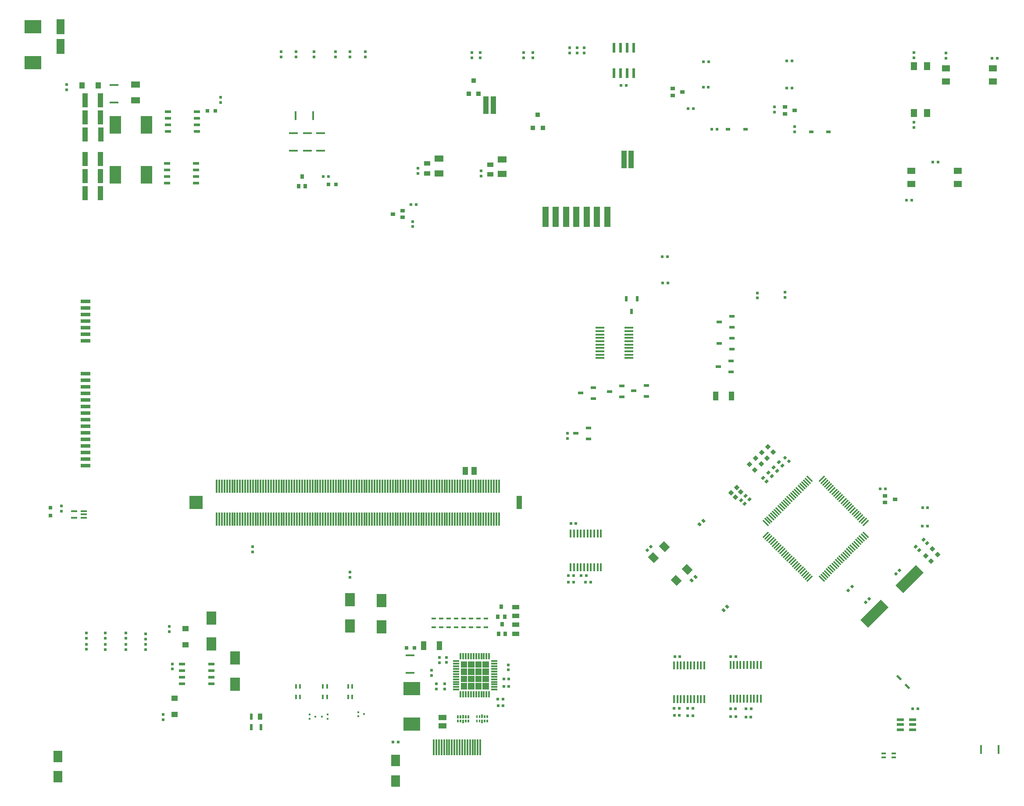
<source format=gbr>
%FSTAX23Y23*%
%MOIN*%
%SFA1B1*%

%IPPOS*%
%AMD16*
4,1,4,-0.022200,0.000000,0.000000,-0.022200,0.022200,0.000000,0.000000,0.022200,-0.022200,0.000000,0.0*
%
%AMD17*
4,1,4,0.000000,-0.022200,0.022200,0.000000,0.000000,0.022200,-0.022200,0.000000,0.000000,-0.022200,0.0*
%
%AMD18*
4,1,4,0.000000,0.022200,-0.022200,0.000000,0.000000,-0.022200,0.022200,0.000000,0.000000,0.022200,0.0*
%
%AMD19*
4,1,4,-0.022200,0.000000,0.000000,-0.022200,0.022200,0.000000,0.000000,0.022200,-0.022200,0.000000,0.0*
%
%AMD26*
4,1,4,-0.024400,-0.016600,-0.016600,-0.024400,0.024400,0.016600,0.016600,0.024400,-0.024400,-0.016600,0.0*
%
%AMD27*
4,1,4,0.016600,-0.024400,0.024400,-0.016600,-0.016600,0.024400,-0.024400,0.016600,0.016600,-0.024400,0.0*
%
%AMD32*
4,1,4,-0.041600,0.002800,0.002800,-0.041600,0.041600,-0.002800,-0.002800,0.041600,-0.041600,0.002800,0.0*
%
%AMD56*
4,1,4,0.048700,0.107100,-0.107100,-0.048700,-0.048700,-0.107100,0.107100,0.048700,0.048700,0.107100,0.0*
%
%AMD62*
4,1,4,0.020900,-0.009900,-0.009900,0.020900,-0.020900,0.009900,0.009900,-0.020900,0.020900,-0.009900,0.0*
%
%AMD66*
4,1,4,0.001400,-0.015300,0.015300,-0.001400,-0.001400,0.015300,-0.015300,0.001400,0.001400,-0.015300,0.0*
%
%AMD67*
4,1,4,0.015300,0.001400,0.001400,0.015300,-0.015300,-0.001400,-0.001400,-0.015300,0.015300,0.001400,0.0*
%
%AMD74*
4,1,4,-0.013900,0.000000,0.000000,-0.013900,0.013900,0.000000,0.000000,0.013900,-0.013900,0.000000,0.0*
%
%AMD75*
4,1,4,0.000000,0.013900,-0.013900,0.000000,0.000000,-0.013900,0.013900,0.000000,0.000000,0.013900,0.0*
%
%ADD10R,0.040000X0.100000*%
%ADD11R,0.100000X0.100000*%
%ADD12R,0.013000X0.100000*%
%ADD13R,0.090000X0.135000*%
%ADD14R,0.031496X0.031496*%
%ADD15R,0.031496X0.031496*%
G04~CAMADD=16~9~0.0~0.0~315.0~315.0~0.0~0.0~0~0.0~0.0~0.0~0.0~0~0.0~0.0~0.0~0.0~0~0.0~0.0~0.0~135.0~444.0~443.0*
%ADD16D16*%
G04~CAMADD=17~10~0.0~315.0~0.0~0.0~0.0~0.0~0~0.0~0.0~0.0~0.0~0~0.0~0.0~0.0~0.0~0~0.0~0.0~0.0~225.0~315.0~0.0*
%ADD17D17*%
G04~CAMADD=18~9~0.0~0.0~315.0~315.0~0.0~0.0~0~0.0~0.0~0.0~0.0~0~0.0~0.0~0.0~0.0~0~0.0~0.0~0.0~45.0~444.0~443.0*
%ADD18D18*%
G04~CAMADD=19~10~0.0~315.0~0.0~0.0~0.0~0.0~0~0.0~0.0~0.0~0.0~0~0.0~0.0~0.0~0.0~0~0.0~0.0~0.0~135.0~315.0~0.0*
%ADD19D19*%
%ADD20R,0.031496X0.031496*%
%ADD21R,0.031496X0.031496*%
%ADD22R,0.055000X0.032000*%
%ADD23R,0.050000X0.012000*%
%ADD24R,0.012000X0.050000*%
G04~CAMADD=26~9~0.0~0.0~110.0~580.0~0.0~0.0~0~0.0~0.0~0.0~0.0~0~0.0~0.0~0.0~0.0~0~0.0~0.0~0.0~135.0~488.0~487.0*
%ADD26D26*%
G04~CAMADD=27~9~0.0~0.0~110.0~580.0~0.0~0.0~0~0.0~0.0~0.0~0.0~0~0.0~0.0~0.0~0.0~0~0.0~0.0~0.0~225.0~488.0~487.0*
%ADD27D27*%
%ADD28R,0.074803X0.025591*%
%ADD29R,0.059000X0.044000*%
%ADD30R,0.044000X0.059000*%
%ADD31R,0.061024X0.118110*%
G04~CAMADD=32~9~0.0~0.0~629.9~551.2~0.0~0.0~0~0.0~0.0~0.0~0.0~0~0.0~0.0~0.0~0.0~0~0.0~0.0~0.0~135.0~832.0~831.0*
%ADD32D32*%
%ADD33R,0.044000X0.071000*%
%ADD34R,0.043307X0.047244*%
%ADD35R,0.047244X0.043307*%
%ADD36R,0.047244X0.022835*%
%ADD37R,0.035433X0.027559*%
%ADD38R,0.027559X0.035433*%
%ADD39R,0.017716X0.015748*%
%ADD41R,0.051181X0.059055*%
%ADD42R,0.059055X0.051181*%
%ADD43R,0.065000X0.045000*%
%ADD44R,0.050000X0.157480*%
%ADD45R,0.041559X0.132000*%
%ADD46R,0.035433X0.037402*%
%ADD47R,0.035433X0.037402*%
%ADD48R,0.031748X0.021654*%
%ADD49R,0.016000X0.071000*%
%ADD50R,0.071000X0.016000*%
%ADD51R,0.035000X0.016000*%
%ADD52R,0.052000X0.022000*%
%ADD53R,0.015748X0.062992*%
%ADD54R,0.037000X0.046000*%
%ADD55R,0.021000X0.046000*%
G04~CAMADD=56~9~0.0~0.0~2204.7~826.8~0.0~0.0~0~0.0~0.0~0.0~0.0~0~0.0~0.0~0.0~0.0~0~0.0~0.0~0.0~45.0~2142.0~2141.0*
%ADD56D56*%
%ADD57R,0.072000X0.101000*%
%ADD58R,0.035528X0.015748*%
%ADD59R,0.015748X0.035528*%
%ADD60R,0.040000X0.022000*%
%ADD61R,0.022000X0.040000*%
G04~CAMADD=62~9~0.0~0.0~437.5~157.8~0.0~0.0~0~0.0~0.0~0.0~0.0~0~0.0~0.0~0.0~0.0~0~0.0~0.0~0.0~315.0~418.0~417.0*
%ADD62D62*%
%ADD63R,0.044000X0.107000*%
%ADD64R,0.023622X0.019685*%
%ADD65R,0.019685X0.023622*%
G04~CAMADD=66~9~0.0~0.0~196.8~236.2~0.0~0.0~0~0.0~0.0~0.0~0.0~0~0.0~0.0~0.0~0.0~0~0.0~0.0~0.0~225.0~306.0~305.0*
%ADD66D66*%
G04~CAMADD=67~9~0.0~0.0~196.8~236.2~0.0~0.0~0~0.0~0.0~0.0~0.0~0~0.0~0.0~0.0~0.0~0~0.0~0.0~0.0~315.0~306.0~305.0*
%ADD67D67*%
%ADD69R,0.015748X0.027654*%
%ADD70R,0.070866X0.090551*%
%ADD71R,0.051181X0.035433*%
%ADD72R,0.019685X0.019685*%
%ADD73R,0.019685X0.019685*%
G04~CAMADD=74~10~0.0~196.9~0.0~0.0~0.0~0.0~0~0.0~0.0~0.0~0.0~0~0.0~0.0~0.0~0.0~0~0.0~0.0~0.0~135.0~196.9~0.0*
%ADD74D74*%
G04~CAMADD=75~10~0.0~196.9~0.0~0.0~0.0~0.0~0~0.0~0.0~0.0~0.0~0~0.0~0.0~0.0~0.0~0~0.0~0.0~0.0~405.0~196.9~0.0*
%ADD75D75*%
%ADD76R,0.066000X0.014000*%
%ADD77R,0.011811X0.120000*%
%ADD78R,0.046000X0.014000*%
%ADD79R,0.129921X0.098425*%
%ADD80R,0.022000X0.078000*%
%ADD81R,0.070000X0.050000*%
%ADD277R,0.001000X0.001000*%
%LNsyncbox_paste_top-1*%
%LPD*%
G36*
X04106Y01103D02*
X04058D01*
Y01151*
X04106*
Y01103*
G37*
G36*
X04051D02*
X04003D01*
Y01151*
X04051*
Y01103*
G37*
G36*
X03996D02*
X03948D01*
Y01151*
X03996*
Y01103*
G37*
G36*
X03941D02*
X03893D01*
Y01151*
X03941*
Y01103*
G37*
G36*
X04106Y01048D02*
X04058D01*
Y01096*
X04106*
Y01048*
G37*
G36*
X04051D02*
X04003D01*
Y01096*
X04051*
Y01048*
G37*
G36*
X03996D02*
X03948D01*
Y01096*
X03996*
Y01048*
G37*
G36*
X03941D02*
X03893D01*
Y01096*
X03941*
Y01048*
G37*
G36*
X04106Y00993D02*
X04058D01*
Y01041*
X04106*
Y00993*
G37*
G36*
X04051D02*
X04003D01*
Y01041*
X04051*
Y00993*
G37*
G36*
X03996D02*
X03948D01*
Y01041*
X03996*
Y00993*
G37*
G36*
X03941D02*
X03893D01*
Y01041*
X03941*
Y00993*
G37*
G36*
X04106Y00938D02*
X04058D01*
Y00986*
X04106*
Y00938*
G37*
G36*
X04051D02*
X04003D01*
Y00986*
X04051*
Y00938*
G37*
G36*
X03996D02*
X03948D01*
Y00986*
X03996*
Y00938*
G37*
G36*
X03941D02*
X03893D01*
Y00986*
X03941*
Y00938*
G37*
G36*
X04099Y00719D02*
X04088D01*
Y0074*
X04099*
Y00719*
G37*
G36*
X0408D02*
X04068D01*
Y0074*
X0408*
Y00719*
G37*
G36*
X0406D02*
X04048D01*
Y0074*
X0406*
Y00719*
G37*
G36*
X0404D02*
X04029D01*
Y0074*
X0404*
Y00719*
G37*
G36*
X04021D02*
X04009D01*
Y0074*
X04021*
Y00719*
G37*
G36*
X03955Y00718D02*
X03943D01*
Y00739*
X03955*
Y00718*
G37*
G36*
X03935D02*
X03923D01*
Y00739*
X03935*
Y00718*
G37*
G36*
X03915D02*
X03904D01*
Y00739*
X03915*
Y00718*
G37*
G36*
X03896D02*
X03884D01*
Y00739*
X03896*
Y00718*
G37*
G36*
X03876D02*
X03864D01*
Y00739*
X03876*
Y00718*
G37*
G36*
X04099Y00686D02*
X04088D01*
Y00708*
X04099*
Y00686*
G37*
G36*
X0408D02*
X04068D01*
Y00708*
X0408*
Y00686*
G37*
G36*
X0406D02*
X04048D01*
Y00708*
X0406*
Y00686*
G37*
G36*
X0404D02*
X04029D01*
Y00708*
X0404*
Y00686*
G37*
G36*
X04021D02*
X04009D01*
Y00708*
X04021*
Y00686*
G37*
G36*
X03955Y00686D02*
X03943D01*
Y00707*
X03955*
Y00686*
G37*
G36*
X03935D02*
X03923D01*
Y00707*
X03935*
Y00686*
G37*
G36*
X03915D02*
X03904D01*
Y00707*
X03915*
Y00686*
G37*
G36*
X03896D02*
X03884D01*
Y00707*
X03896*
Y00686*
G37*
G36*
X03876D02*
X03864D01*
Y00707*
X03876*
Y00686*
G37*
G54D10*
X04337Y0236D03*
G54D11*
X0188Y0236D03*
G54D12*
X04182Y02235D03*
X04162D03*
X04143D03*
X04123D03*
X04103D03*
X04084D03*
X04064D03*
X04044D03*
X04025D03*
X04005D03*
X03985D03*
X03966D03*
X03946D03*
X03926D03*
X03907D03*
X03887D03*
X03867D03*
X03848D03*
X03828D03*
X03808D03*
X03788D03*
X03769D03*
X03749D03*
X03729D03*
X0371D03*
X0369D03*
X0367D03*
X03651D03*
X03631D03*
X03611D03*
X03592D03*
X03572D03*
X03552D03*
X03533D03*
X03513D03*
X03493D03*
X03474D03*
X03454D03*
X03434D03*
X03414D03*
X03395D03*
X03375D03*
X03355D03*
X03336D03*
X03316D03*
X03296D03*
X03277D03*
X03257D03*
X03237D03*
X03218D03*
X03198D03*
X03178D03*
X03159D03*
X03139D03*
X03119D03*
X03099D03*
X0308D03*
X0306D03*
X0304D03*
X03021D03*
X03001D03*
X02981D03*
X02962D03*
X02942D03*
X02922D03*
X02903D03*
X02883D03*
X02863D03*
X02844D03*
X02824D03*
X02804D03*
X02785D03*
X02765D03*
X02745D03*
X02725D03*
X02706D03*
X02686D03*
X02666D03*
X02647D03*
X02627D03*
X02607D03*
X02588D03*
X02568D03*
X02548D03*
X02529D03*
X02509D03*
X02489D03*
X0247D03*
X0245D03*
X0243D03*
X02411D03*
X02391D03*
X02371D03*
X02351D03*
X02332D03*
X02312D03*
X02292D03*
X02273D03*
X02253D03*
X02233D03*
X02214D03*
X02194D03*
X02174D03*
X02155D03*
X02135D03*
X02115D03*
X02096D03*
X02076D03*
X02056D03*
X02037D03*
X04182Y02484D03*
X04162D03*
X04143D03*
X04123D03*
X04103D03*
X04084D03*
X04064D03*
X04044D03*
X04025D03*
X04005D03*
X03985D03*
X03966D03*
X03946D03*
X03926D03*
X03907D03*
X03887D03*
X03867D03*
X03848D03*
X03828D03*
X03808D03*
X03788D03*
X03769D03*
X03749D03*
X03729D03*
X0371D03*
X0369D03*
X0367D03*
X03651D03*
X03631D03*
X03611D03*
X03592D03*
X03572D03*
X03552D03*
X03533D03*
X03513D03*
X03493D03*
X03474D03*
X03454D03*
X03434D03*
X03414D03*
X03395D03*
X03375D03*
X03355D03*
X03336D03*
X03316D03*
X03296D03*
X03277D03*
X03257D03*
X03237D03*
X03218D03*
X03198D03*
X03178D03*
X03159D03*
X03139D03*
X03119D03*
X03099D03*
X0308D03*
X0306D03*
X0304D03*
X03021D03*
X03001D03*
X02981D03*
X02962D03*
X02942D03*
X02922D03*
X02903D03*
X02883D03*
X02863D03*
X02844D03*
X02824D03*
X02804D03*
X02785D03*
X02765D03*
X02745D03*
X02725D03*
X02706D03*
X02686D03*
X02666D03*
X02647D03*
X02627D03*
X02607D03*
X02588D03*
X02568D03*
X02548D03*
X02529D03*
X02509D03*
X02489D03*
X0247D03*
X0245D03*
X0243D03*
X02411D03*
X02391D03*
X02371D03*
X02351D03*
X02332D03*
X02312D03*
X02292D03*
X02273D03*
X02253D03*
X02233D03*
X02214D03*
X02194D03*
X02174D03*
X02155D03*
X02135D03*
X02115D03*
X02096D03*
X02076D03*
X02056D03*
X02037D03*
G54D13*
X01267Y05235D03*
X01503D03*
Y04855D03*
X01267D03*
G54D14*
X00772Y02319D03*
G54D15*
X00772Y0226D03*
G54D16*
X06085Y0265D03*
X06133Y02696D03*
X06225Y02785D03*
X0618Y0274D03*
X07468Y01913D03*
X07518Y01964D03*
G54D17*
X06126Y02608D03*
X06175Y02655D03*
X06266Y02743D03*
X06221Y02698D03*
X07426Y01954D03*
X07477Y02006D03*
G54D18*
X0599Y02475D03*
X06021Y02441D03*
G54D19*
X05948Y02433D03*
X0598Y024D03*
G54D20*
X02885Y0478D03*
X01965Y0534D03*
G54D21*
X02944Y0478D03*
X02025Y0534D03*
X0348Y01255D03*
X0354D03*
G54D22*
X0431Y01362D03*
Y01431D03*
X04311Y01496D03*
Y01565D03*
G54D23*
X03855Y01153D03*
Y01133D03*
Y01113D03*
Y01094D03*
Y01074D03*
Y01054D03*
Y01035D03*
Y01015D03*
Y00995D03*
Y00976D03*
Y00956D03*
Y00936D03*
X04145D03*
Y00956D03*
Y00976D03*
Y00995D03*
Y01015D03*
Y01035D03*
Y01054D03*
Y01074D03*
Y01094D03*
Y01113D03*
Y01133D03*
Y01153D03*
G54D24*
X03891Y009D03*
X03911D03*
X03931D03*
X0395D03*
X0397D03*
X0399D03*
X04009D03*
X04029D03*
X04049D03*
X04068D03*
X04088D03*
X04108D03*
Y0119D03*
X04088D03*
X04068D03*
X04049D03*
X04029D03*
X04009D03*
X0399D03*
X0397D03*
X0395D03*
X03931D03*
X03911D03*
X03891D03*
G54D26*
X06635Y02539D03*
X06649Y02525D03*
X06662Y02511D03*
X06676Y02497D03*
X0669Y02483D03*
X06704Y02469D03*
X06718Y02455D03*
X06732Y02441D03*
X06746Y02427D03*
X0676Y02413D03*
X06774Y02399D03*
X06788Y02386D03*
X06802Y02372D03*
X06816Y02358D03*
X06829Y02344D03*
X06843Y0233D03*
X06857Y02316D03*
X06871Y02302D03*
X06885Y02288D03*
X06899Y02274D03*
X06913Y0226D03*
X06927Y02246D03*
X06941Y02232D03*
X06955Y02219D03*
X06969Y02205D03*
X06544Y0178D03*
X0653Y01794D03*
X06517Y01808D03*
X06503Y01822D03*
X06489Y01836D03*
X06475Y0185D03*
X06461Y01864D03*
X06447Y01878D03*
X06433Y01892D03*
X06419Y01906D03*
X06405Y0192D03*
X06391Y01933D03*
X06377Y01947D03*
X06363Y01961D03*
X0635Y01975D03*
X06336Y01989D03*
X06322Y02003D03*
X06308Y02017D03*
X06294Y02031D03*
X0628Y02045D03*
X06266Y02059D03*
X06252Y02073D03*
X06238Y02087D03*
X06224Y021D03*
X0621Y02114D03*
G54D27*
X06969Y02114D03*
X06955Y021D03*
X06941Y02087D03*
X06927Y02073D03*
X06913Y02059D03*
X06899Y02045D03*
X06885Y02031D03*
X06871Y02017D03*
X06857Y02003D03*
X06843Y01989D03*
X06829Y01975D03*
X06816Y01961D03*
X06802Y01947D03*
X06788Y01933D03*
X06774Y0192D03*
X0676Y01906D03*
X06746Y01892D03*
X06732Y01878D03*
X06718Y01864D03*
X06704Y0185D03*
X0669Y01836D03*
X06676Y01822D03*
X06662Y01808D03*
X06649Y01794D03*
X06635Y0178D03*
X0621Y02205D03*
X06224Y02219D03*
X06238Y02232D03*
X06252Y02246D03*
X06266Y0226D03*
X0628Y02274D03*
X06294Y02288D03*
X06308Y02302D03*
X06322Y02316D03*
X06336Y0233D03*
X0635Y02344D03*
X06363Y02358D03*
X06377Y02372D03*
X06391Y02386D03*
X06405Y02399D03*
X06419Y02413D03*
X06433Y02427D03*
X06447Y02441D03*
X06461Y02455D03*
X06475Y02469D03*
X06489Y02483D03*
X06503Y02497D03*
X06517Y02511D03*
X0653Y02525D03*
X06544Y02539D03*
G54D28*
X0104Y0264D03*
Y0269D03*
Y0274D03*
Y0279D03*
Y0284D03*
Y0289D03*
Y0294D03*
Y0299D03*
Y0304D03*
Y0309D03*
Y0314D03*
Y0319D03*
Y0324D03*
Y0329D03*
Y0334D03*
Y03589D03*
Y03639D03*
Y03689D03*
Y03739D03*
Y03789D03*
Y03839D03*
Y03889D03*
G54D29*
X03754Y00725D03*
Y0066D03*
G54D30*
X03927Y026D03*
X03992D03*
G54D31*
X0085Y0583D03*
Y05979D03*
G54D32*
X0544Y02025D03*
X05612Y01852D03*
X05356Y01941D03*
X05529Y01768D03*
G54D33*
X03729Y0127D03*
X03611D03*
X05949Y0317D03*
X05831D03*
G54D34*
X01136Y05535D03*
X01013D03*
G54D35*
X01715Y00747D03*
Y00869D03*
X018Y01401D03*
Y01278D03*
G54D36*
X01995Y00982D03*
Y01032D03*
Y01082D03*
Y01132D03*
X01774Y00982D03*
Y01032D03*
Y01082D03*
Y01132D03*
X01665Y05335D03*
Y05285D03*
Y05235D03*
Y05185D03*
X01885Y05335D03*
Y05285D03*
Y05235D03*
Y05185D03*
X01659Y0494D03*
Y0489D03*
Y0484D03*
Y0479D03*
X0188Y0494D03*
Y0489D03*
Y0484D03*
Y0479D03*
G54D37*
X05577Y05484D03*
X05502Y05458D03*
Y05509D03*
X03375Y04555D03*
X0345Y0458D03*
Y04529D03*
X06429Y05344D03*
X06355Y05318D03*
Y0537D03*
X07192Y02385D03*
X07117Y02359D03*
Y0241D03*
G54D38*
X02685Y04842D03*
X0271Y04767D03*
X02659D03*
X04205Y01433D03*
X0423Y01359D03*
X04179D03*
X04199Y01566D03*
X04225Y01491D03*
X04173D03*
G54D39*
X0288Y00746D03*
Y00715D03*
X02838Y0073D03*
X02744Y00715D03*
Y00746D03*
X02785Y00731D03*
X03113Y00734D03*
Y00765D03*
X03155Y0075D03*
G54D41*
X07335Y05325D03*
X07435D03*
X07335Y05679D03*
X07435D03*
G54D42*
X0758Y05665D03*
Y05565D03*
X07935Y05665D03*
Y05565D03*
X07315Y04885D03*
Y04785D03*
X0767Y04885D03*
Y04785D03*
G54D43*
X0142Y0554D03*
Y05419D03*
G54D44*
X05007Y04535D03*
X04928D03*
X0485D03*
X04771D03*
X04692D03*
X04613D03*
X04535D03*
G54D45*
X04084Y05384D03*
X04139D03*
X05188Y04972D03*
X05133D03*
G54D46*
X0399Y05569D03*
X03953Y05471D03*
X04478Y05309D03*
X0444Y0521D03*
G54D47*
X04028Y05471D03*
X04515Y0521D03*
G54D48*
X06055Y052D03*
X05924D03*
X06688Y0518D03*
X06557D03*
G54D49*
X07845Y0048D03*
X07979D03*
X02635Y05305D03*
X02769D03*
G54D50*
X01255Y05403D03*
Y05537D03*
X0262Y05038D03*
Y05172D03*
X02725Y05038D03*
Y05172D03*
X02825Y05038D03*
Y05172D03*
X03505Y01063D03*
Y01197D03*
G54D51*
X04084Y01409D03*
Y01476D03*
X04028Y01409D03*
Y01476D03*
X03971Y01409D03*
Y01476D03*
X03914Y01409D03*
Y01476D03*
X03858Y01409D03*
Y01476D03*
X03801Y01409D03*
Y01476D03*
X03744Y01409D03*
Y01476D03*
X03688Y01409D03*
Y01476D03*
G54D52*
X07327Y00707D03*
Y0067D03*
Y00632D03*
X07233D03*
Y0067D03*
Y00707D03*
G54D53*
X04727Y01866D03*
X04753D03*
X04779D03*
X04804D03*
X0483D03*
X04855D03*
X04881D03*
X04906D03*
X04932D03*
X04958D03*
X04727Y02123D03*
X04753D03*
X04779D03*
X04804D03*
X0483D03*
X04855D03*
X04881D03*
X04906D03*
X04932D03*
X04958D03*
X05513Y00865D03*
X05539D03*
X05564D03*
X0559D03*
X05616D03*
X05641D03*
X05667D03*
X05692D03*
X05718D03*
X05743D03*
X05513Y01122D03*
X05539D03*
X05564D03*
X0559D03*
X05616D03*
X05641D03*
X05667D03*
X05692D03*
X05718D03*
X05743D03*
X05942Y00866D03*
X05967D03*
X05993D03*
X06018D03*
X06044D03*
X0607D03*
X06095D03*
X06121D03*
X06146D03*
X06172D03*
X05942Y01124D03*
X05967D03*
X05993D03*
X06018D03*
X06044D03*
X0607D03*
X06095D03*
X06121D03*
X06146D03*
X06172D03*
G54D54*
X02366Y00732D03*
G54D55*
X023Y00732D03*
Y00652D03*
X02374D03*
G54D56*
X07302Y01778D03*
X07037Y01513D03*
G54D57*
X0329Y01614D03*
Y01415D03*
X0305Y01619D03*
Y0142D03*
X01995Y01482D03*
Y01283D03*
X02175Y01177D03*
Y00978D03*
G54D58*
X07105Y0045D03*
Y00419D03*
X07184Y0045D03*
Y00419D03*
G54D59*
X03066Y00959D03*
X03035D03*
X03066Y0088D03*
X03035D03*
X0267Y00959D03*
X02639D03*
X0267Y0088D03*
X02639D03*
X02875Y00959D03*
X02843D03*
X02875Y0088D03*
X02843D03*
G54D60*
X04863Y02845D03*
Y02928D03*
X04767Y02887D03*
X05118Y03163D03*
Y03246D03*
X05022Y03205D03*
X049Y03152D03*
Y03235D03*
X04804Y03193D03*
X05946Y03353D03*
Y03436D03*
X0585Y03395D03*
X05953Y03528D03*
Y03611D03*
X05857Y0357D03*
X05953Y03693D03*
Y03776D03*
X05857Y03735D03*
X05303Y03168D03*
Y03251D03*
X05207Y0321D03*
G54D61*
X05232Y0391D03*
X0515D03*
X05191Y03814D03*
G54D62*
X07287Y00962D03*
X07222Y01027D03*
G54D63*
X01153Y0542D03*
X01035D03*
X01154Y0529D03*
X01036D03*
X01155Y0516D03*
X01037D03*
X01154Y04715D03*
X01036D03*
X01154Y04845D03*
X01036D03*
X01154Y04975D03*
X01036D03*
G54D64*
X04253Y01125D03*
Y01086D03*
X03706Y0094D03*
Y00979D03*
X0377Y00941D03*
Y0098D03*
X04704Y02886D03*
Y02847D03*
X03526Y04498D03*
Y04459D03*
X03975Y05784D03*
Y05745D03*
X0404Y05784D03*
Y05745D03*
X07335Y05254D03*
Y05215D03*
Y05784D03*
Y05745D03*
X0437Y05784D03*
Y05745D03*
X0758Y0574D03*
Y05779D03*
X0444Y05784D03*
Y05745D03*
X06275Y05369D03*
Y0533D03*
X0643Y0518D03*
Y05219D03*
X0472Y0578D03*
Y05819D03*
X06358Y03922D03*
Y03961D03*
X06146Y03916D03*
Y03955D03*
X0483Y0578D03*
Y05819D03*
X0305Y0575D03*
Y05789D03*
X03165D03*
Y0575D03*
X0264D03*
Y05789D03*
X02775D03*
Y0575D03*
X00855Y02295D03*
Y02334D03*
X01495Y01282D03*
Y01242D03*
X01345Y01282D03*
Y01242D03*
X0119Y01282D03*
Y01242D03*
X01045Y01282D03*
Y01243D03*
X02065Y05444D03*
Y05405D03*
G54D65*
X05427Y04031D03*
X05466D03*
X05423Y04231D03*
X05462D03*
X03552Y04626D03*
X03513D03*
X0797Y0574D03*
X0793D03*
X05621Y05357D03*
X0566D03*
X07319Y0466D03*
X0728D03*
X05839Y052D03*
X058D03*
X05735Y0552D03*
X05774D03*
X0637Y05515D03*
X06409D03*
X05735Y05715D03*
X05775D03*
X0637Y0572D03*
X06409D03*
X0748Y0495D03*
X0752D03*
X07119Y02465D03*
X0708D03*
X02845Y0484D03*
X02885D03*
X04258Y00961D03*
X04219D03*
X04258Y01016D03*
X04219D03*
G54D66*
X05648Y01767D03*
X05675Y01794D03*
X05735Y02221D03*
X05708Y02194D03*
X05918Y01568D03*
X05891Y01541D03*
G54D67*
X06218Y02521D03*
X06191Y02548D03*
X06258Y02561D03*
X06231Y02588D03*
X0605Y0235D03*
X06022Y02377D03*
X06085Y02385D03*
X06057Y02412D03*
X06338Y02641D03*
X06311Y02668D03*
X06298Y02601D03*
X06271Y02628D03*
X07351Y02024D03*
X07378Y01997D03*
X07409Y02076D03*
X07436Y02049D03*
G54D69*
X04054Y00694D03*
Y00733D03*
X0391Y00732D03*
Y00693D03*
G54D70*
X03395Y00396D03*
Y00242D03*
X0083Y00426D03*
Y00273D03*
G54D71*
X03635Y0494D03*
Y04865D03*
X04115Y04932D03*
Y04857D03*
G54D72*
X0484Y01754D03*
X04879D03*
X04807Y01804D03*
X04846D03*
X0471D03*
X04749D03*
X04768Y022D03*
X04729D03*
X0471Y01753D03*
X04749D03*
X05655Y00736D03*
X05616D03*
X05617Y00793D03*
X05656D03*
X05552D03*
X05513D03*
X05558Y01186D03*
X05519D03*
X05515Y0074D03*
X05554D03*
X06059Y00726D03*
X06098D03*
X06099Y00789D03*
X0606D03*
X05942Y00791D03*
X05981D03*
X05944Y01188D03*
X05983D03*
Y00731D03*
X05944D03*
X07401Y0218D03*
X0744D03*
X07441Y02322D03*
X07402D03*
X0511Y05535D03*
X05149D03*
X07365Y0079D03*
X07325D03*
X04175Y00814D03*
X04214D03*
X04174Y00865D03*
X04213D03*
X03375Y00537D03*
X03415D03*
G54D73*
X04775Y05819D03*
Y0578D03*
X00895Y055D03*
Y05539D03*
X03565Y04905D03*
Y04865D03*
X0294Y0575D03*
Y05789D03*
X02525Y0575D03*
Y05789D03*
X04045Y04885D03*
Y04845D03*
X01675Y01417D03*
Y01377D03*
X0163Y00707D03*
Y00747D03*
X0305Y0179D03*
Y01829D03*
X017Y01093D03*
Y01132D03*
X0367Y01084D03*
Y01045D03*
X03783Y01182D03*
Y01143D03*
X03731Y0118D03*
Y01141D03*
X0231Y01985D03*
Y02024D03*
X01495Y01322D03*
Y01362D03*
X01345Y01327D03*
Y01367D03*
X0119Y01328D03*
Y01367D03*
X01045Y01327D03*
Y01367D03*
G54D74*
X05311Y01996D03*
X05338Y02023D03*
X06865Y0172D03*
X06837Y01692D03*
X06969Y016D03*
X06996Y01627D03*
X07228Y01845D03*
X07201Y01818D03*
G54D75*
X06357Y02702D03*
X06385Y02675D03*
G54D76*
X04949Y0369D03*
Y03664D03*
Y03638D03*
Y03613D03*
Y03587D03*
Y03562D03*
Y03536D03*
Y03511D03*
Y03485D03*
Y03459D03*
X05171D03*
Y03485D03*
Y03511D03*
Y03536D03*
Y03562D03*
Y03587D03*
Y03613D03*
Y03638D03*
Y03664D03*
Y0369D03*
G54D77*
X03686Y00497D03*
X03706D03*
X03726D03*
X03745D03*
X03765D03*
X03785D03*
X03804D03*
X03824D03*
X03844D03*
X03864D03*
X03883D03*
X03903D03*
X03923D03*
X03942D03*
X03962D03*
X03982D03*
X04001D03*
X04021D03*
X04041D03*
G54D78*
X01028Y02244D03*
Y0227D03*
Y02295D03*
X00952D03*
Y02244D03*
G54D79*
X0064Y05708D03*
Y0598D03*
X03519Y00673D03*
Y00944D03*
G54D80*
X05055Y05628D03*
X05105D03*
X05155D03*
X05205D03*
Y05822D03*
X05155D03*
X05105D03*
X05055D03*
G54D81*
X03725Y04977D03*
Y04865D03*
X04205Y04971D03*
Y04859D03*
G54D277*
X04Y01045D03*
M02*
</source>
